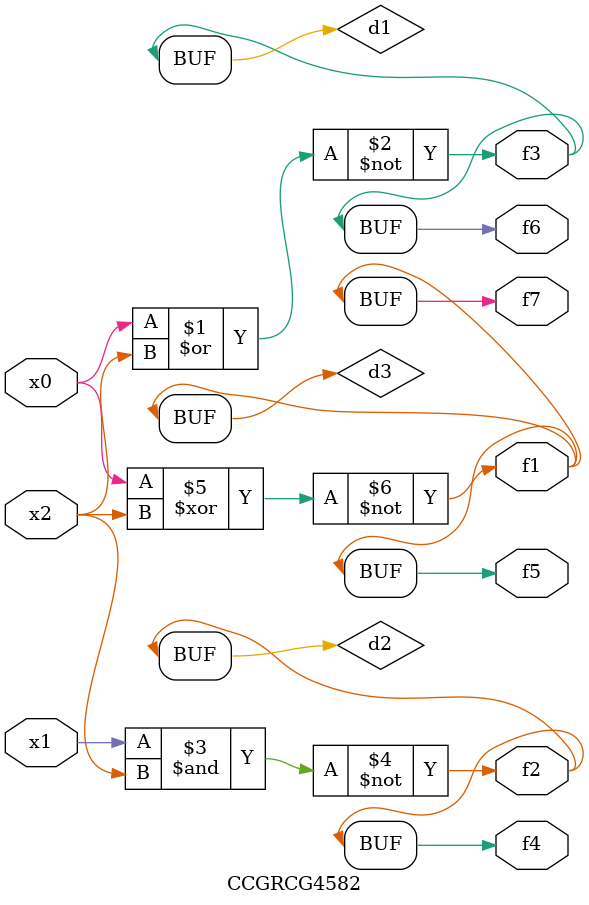
<source format=v>
module CCGRCG4582(
	input x0, x1, x2,
	output f1, f2, f3, f4, f5, f6, f7
);

	wire d1, d2, d3;

	nor (d1, x0, x2);
	nand (d2, x1, x2);
	xnor (d3, x0, x2);
	assign f1 = d3;
	assign f2 = d2;
	assign f3 = d1;
	assign f4 = d2;
	assign f5 = d3;
	assign f6 = d1;
	assign f7 = d3;
endmodule

</source>
